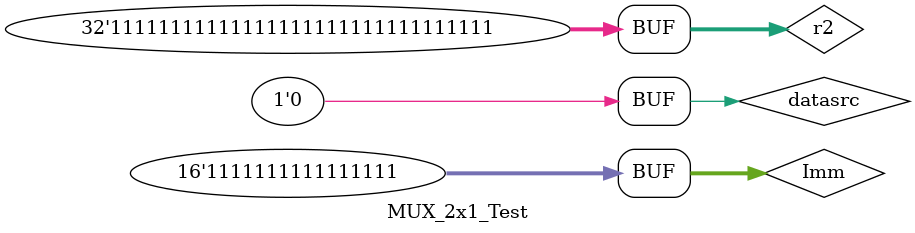
<source format=v>
`timescale 1ns / 1ps


module MUX_2x1_Test;

	// Inputs
	reg datasrc;
	reg [31:0] r2;
	reg [15:0] Imm;

	// Outputs
	wire [31:0] r3;

	// Instantiate the Unit Under Test (UUT)
	MUX_2x1 uut (
		.datasrc(datasrc), 
		.r2(r2), 
		.Imm(Imm), 
		.r3(r3)
	);

	initial begin
		// Initialize Inputs
		datasrc = 0;
		r2 = 0;
		Imm = 0;

		// Wait 100 ns for global reset to finish
		#10
		datasrc = 1;
		r2 = 32'hffffffff;
		Imm = 16'hffff;
		
		#10
		datasrc = 0;
		r2 = 32'hffffffff;
		Imm = 16'hffff;
        
		// Add stimulus here

	end
      
endmodule


</source>
